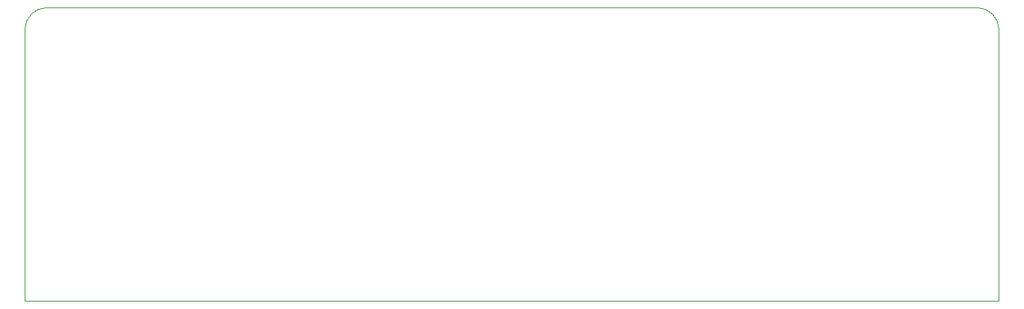
<source format=gbr>
G04 #@! TF.GenerationSoftware,KiCad,Pcbnew,(5.1.2)-2*
G04 #@! TF.CreationDate,2021-09-18T22:48:39+02:00*
G04 #@! TF.ProjectId,aZ80_Clock,615a3830-5f43-46c6-9f63-6b2e6b696361,rev?*
G04 #@! TF.SameCoordinates,Original*
G04 #@! TF.FileFunction,Profile,NP*
%FSLAX46Y46*%
G04 Gerber Fmt 4.6, Leading zero omitted, Abs format (unit mm)*
G04 Created by KiCad (PCBNEW (5.1.2)-2) date 2021-09-18 22:48:39*
%MOMM*%
%LPD*%
G04 APERTURE LIST*
%ADD10C,0.120000*%
G04 APERTURE END LIST*
D10*
X82900000Y-83481000D02*
X82900000Y-87545000D01*
X193150000Y-87545000D02*
X193150000Y-83481000D01*
X190660000Y-80991000D02*
G75*
G02X193150000Y-83481000I0J-2490000D01*
G01*
X82900000Y-83481000D02*
G75*
G02X85400000Y-80981000I2500000J0D01*
G01*
X193150000Y-87545000D02*
X193140000Y-114276000D01*
X85400000Y-80981000D02*
X190660000Y-80991000D01*
X82900000Y-114276000D02*
X82900000Y-87545000D01*
X193140000Y-114276000D02*
X82904000Y-114276000D01*
M02*

</source>
